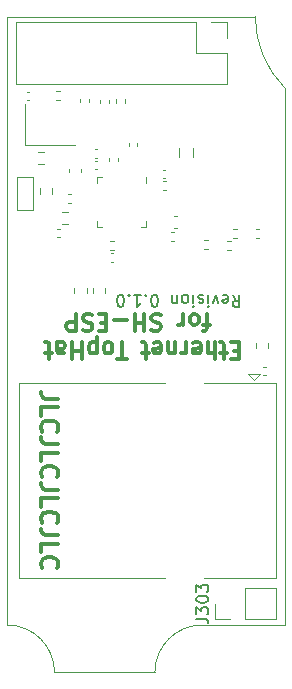
<source format=gbr>
%TF.GenerationSoftware,KiCad,Pcbnew,(5.1.8-0-10_14)*%
%TF.CreationDate,2020-11-27T10:39:21+01:00*%
%TF.ProjectId,SH-ESP32-Ethernet,53482d45-5350-4333-922d-45746865726e,0.1.0*%
%TF.SameCoordinates,Original*%
%TF.FileFunction,Legend,Top*%
%TF.FilePolarity,Positive*%
%FSLAX46Y46*%
G04 Gerber Fmt 4.6, Leading zero omitted, Abs format (unit mm)*
G04 Created by KiCad (PCBNEW (5.1.8-0-10_14)) date 2020-11-27 10:39:21*
%MOMM*%
%LPD*%
G01*
G04 APERTURE LIST*
%ADD10C,0.160000*%
%ADD11C,0.300000*%
%TA.AperFunction,Profile*%
%ADD12C,0.050000*%
%TD*%
%ADD13C,0.120000*%
%ADD14C,0.150000*%
G04 APERTURE END LIST*
D10*
X167571428Y-80547619D02*
X167904761Y-81023809D01*
X168142857Y-80547619D02*
X168142857Y-81547619D01*
X167761904Y-81547619D01*
X167666666Y-81500000D01*
X167619047Y-81452380D01*
X167571428Y-81357142D01*
X167571428Y-81214285D01*
X167619047Y-81119047D01*
X167666666Y-81071428D01*
X167761904Y-81023809D01*
X168142857Y-81023809D01*
X166761904Y-80595238D02*
X166857142Y-80547619D01*
X167047619Y-80547619D01*
X167142857Y-80595238D01*
X167190476Y-80690476D01*
X167190476Y-81071428D01*
X167142857Y-81166666D01*
X167047619Y-81214285D01*
X166857142Y-81214285D01*
X166761904Y-81166666D01*
X166714285Y-81071428D01*
X166714285Y-80976190D01*
X167190476Y-80880952D01*
X166380952Y-81214285D02*
X166142857Y-80547619D01*
X165904761Y-81214285D01*
X165523809Y-80547619D02*
X165523809Y-81214285D01*
X165523809Y-81547619D02*
X165571428Y-81500000D01*
X165523809Y-81452380D01*
X165476190Y-81500000D01*
X165523809Y-81547619D01*
X165523809Y-81452380D01*
X165095238Y-80595238D02*
X165000000Y-80547619D01*
X164809523Y-80547619D01*
X164714285Y-80595238D01*
X164666666Y-80690476D01*
X164666666Y-80738095D01*
X164714285Y-80833333D01*
X164809523Y-80880952D01*
X164952380Y-80880952D01*
X165047619Y-80928571D01*
X165095238Y-81023809D01*
X165095238Y-81071428D01*
X165047619Y-81166666D01*
X164952380Y-81214285D01*
X164809523Y-81214285D01*
X164714285Y-81166666D01*
X164238095Y-80547619D02*
X164238095Y-81214285D01*
X164238095Y-81547619D02*
X164285714Y-81500000D01*
X164238095Y-81452380D01*
X164190476Y-81500000D01*
X164238095Y-81547619D01*
X164238095Y-81452380D01*
X163619047Y-80547619D02*
X163714285Y-80595238D01*
X163761904Y-80642857D01*
X163809523Y-80738095D01*
X163809523Y-81023809D01*
X163761904Y-81119047D01*
X163714285Y-81166666D01*
X163619047Y-81214285D01*
X163476190Y-81214285D01*
X163380952Y-81166666D01*
X163333333Y-81119047D01*
X163285714Y-81023809D01*
X163285714Y-80738095D01*
X163333333Y-80642857D01*
X163380952Y-80595238D01*
X163476190Y-80547619D01*
X163619047Y-80547619D01*
X162857142Y-81214285D02*
X162857142Y-80547619D01*
X162857142Y-81119047D02*
X162809523Y-81166666D01*
X162714285Y-81214285D01*
X162571428Y-81214285D01*
X162476190Y-81166666D01*
X162428571Y-81071428D01*
X162428571Y-80547619D01*
X161000000Y-81547619D02*
X160904761Y-81547619D01*
X160809523Y-81500000D01*
X160761904Y-81452380D01*
X160714285Y-81357142D01*
X160666666Y-81166666D01*
X160666666Y-80928571D01*
X160714285Y-80738095D01*
X160761904Y-80642857D01*
X160809523Y-80595238D01*
X160904761Y-80547619D01*
X161000000Y-80547619D01*
X161095238Y-80595238D01*
X161142857Y-80642857D01*
X161190476Y-80738095D01*
X161238095Y-80928571D01*
X161238095Y-81166666D01*
X161190476Y-81357142D01*
X161142857Y-81452380D01*
X161095238Y-81500000D01*
X161000000Y-81547619D01*
X160238095Y-80642857D02*
X160190476Y-80595238D01*
X160238095Y-80547619D01*
X160285714Y-80595238D01*
X160238095Y-80642857D01*
X160238095Y-80547619D01*
X159238095Y-80547619D02*
X159809523Y-80547619D01*
X159523809Y-80547619D02*
X159523809Y-81547619D01*
X159619047Y-81404761D01*
X159714285Y-81309523D01*
X159809523Y-81261904D01*
X158809523Y-80642857D02*
X158761904Y-80595238D01*
X158809523Y-80547619D01*
X158857142Y-80595238D01*
X158809523Y-80642857D01*
X158809523Y-80547619D01*
X158142857Y-81547619D02*
X158047619Y-81547619D01*
X157952380Y-81500000D01*
X157904761Y-81452380D01*
X157857142Y-81357142D01*
X157809523Y-81166666D01*
X157809523Y-80928571D01*
X157857142Y-80738095D01*
X157904761Y-80642857D01*
X157952380Y-80595238D01*
X158047619Y-80547619D01*
X158142857Y-80547619D01*
X158238095Y-80595238D01*
X158285714Y-80642857D01*
X158333333Y-80738095D01*
X158380952Y-80928571D01*
X158380952Y-81166666D01*
X158333333Y-81357142D01*
X158285714Y-81452380D01*
X158238095Y-81500000D01*
X158142857Y-81547619D01*
D11*
X168133333Y-85300000D02*
X167666666Y-85300000D01*
X167466666Y-84566666D02*
X168133333Y-84566666D01*
X168133333Y-85966666D01*
X167466666Y-85966666D01*
X167066666Y-85500000D02*
X166533333Y-85500000D01*
X166866666Y-85966666D02*
X166866666Y-84766666D01*
X166800000Y-84633333D01*
X166666666Y-84566666D01*
X166533333Y-84566666D01*
X166066666Y-84566666D02*
X166066666Y-85966666D01*
X165466666Y-84566666D02*
X165466666Y-85300000D01*
X165533333Y-85433333D01*
X165666666Y-85500000D01*
X165866666Y-85500000D01*
X166000000Y-85433333D01*
X166066666Y-85366666D01*
X164266666Y-84633333D02*
X164400000Y-84566666D01*
X164666666Y-84566666D01*
X164800000Y-84633333D01*
X164866666Y-84766666D01*
X164866666Y-85300000D01*
X164800000Y-85433333D01*
X164666666Y-85500000D01*
X164400000Y-85500000D01*
X164266666Y-85433333D01*
X164200000Y-85300000D01*
X164200000Y-85166666D01*
X164866666Y-85033333D01*
X163600000Y-84566666D02*
X163600000Y-85500000D01*
X163600000Y-85233333D02*
X163533333Y-85366666D01*
X163466666Y-85433333D01*
X163333333Y-85500000D01*
X163200000Y-85500000D01*
X162733333Y-85500000D02*
X162733333Y-84566666D01*
X162733333Y-85366666D02*
X162666666Y-85433333D01*
X162533333Y-85500000D01*
X162333333Y-85500000D01*
X162200000Y-85433333D01*
X162133333Y-85300000D01*
X162133333Y-84566666D01*
X160933333Y-84633333D02*
X161066666Y-84566666D01*
X161333333Y-84566666D01*
X161466666Y-84633333D01*
X161533333Y-84766666D01*
X161533333Y-85300000D01*
X161466666Y-85433333D01*
X161333333Y-85500000D01*
X161066666Y-85500000D01*
X160933333Y-85433333D01*
X160866666Y-85300000D01*
X160866666Y-85166666D01*
X161533333Y-85033333D01*
X160466666Y-85500000D02*
X159933333Y-85500000D01*
X160266666Y-85966666D02*
X160266666Y-84766666D01*
X160200000Y-84633333D01*
X160066666Y-84566666D01*
X159933333Y-84566666D01*
X158600000Y-85966666D02*
X157800000Y-85966666D01*
X158200000Y-84566666D02*
X158200000Y-85966666D01*
X157133333Y-84566666D02*
X157266666Y-84633333D01*
X157333333Y-84700000D01*
X157400000Y-84833333D01*
X157400000Y-85233333D01*
X157333333Y-85366666D01*
X157266666Y-85433333D01*
X157133333Y-85500000D01*
X156933333Y-85500000D01*
X156800000Y-85433333D01*
X156733333Y-85366666D01*
X156666666Y-85233333D01*
X156666666Y-84833333D01*
X156733333Y-84700000D01*
X156800000Y-84633333D01*
X156933333Y-84566666D01*
X157133333Y-84566666D01*
X156066666Y-85500000D02*
X156066666Y-84100000D01*
X156066666Y-85433333D02*
X155933333Y-85500000D01*
X155666666Y-85500000D01*
X155533333Y-85433333D01*
X155466666Y-85366666D01*
X155400000Y-85233333D01*
X155400000Y-84833333D01*
X155466666Y-84700000D01*
X155533333Y-84633333D01*
X155666666Y-84566666D01*
X155933333Y-84566666D01*
X156066666Y-84633333D01*
X154800000Y-84566666D02*
X154800000Y-85966666D01*
X154800000Y-85300000D02*
X154000000Y-85300000D01*
X154000000Y-84566666D02*
X154000000Y-85966666D01*
X152733333Y-84566666D02*
X152733333Y-85300000D01*
X152800000Y-85433333D01*
X152933333Y-85500000D01*
X153200000Y-85500000D01*
X153333333Y-85433333D01*
X152733333Y-84633333D02*
X152866666Y-84566666D01*
X153200000Y-84566666D01*
X153333333Y-84633333D01*
X153400000Y-84766666D01*
X153400000Y-84900000D01*
X153333333Y-85033333D01*
X153200000Y-85100000D01*
X152866666Y-85100000D01*
X152733333Y-85166666D01*
X152266666Y-85500000D02*
X151733333Y-85500000D01*
X152066666Y-85966666D02*
X152066666Y-84766666D01*
X152000000Y-84633333D01*
X151866666Y-84566666D01*
X151733333Y-84566666D01*
X165633333Y-83100000D02*
X165100000Y-83100000D01*
X165433333Y-82166666D02*
X165433333Y-83366666D01*
X165366666Y-83500000D01*
X165233333Y-83566666D01*
X165100000Y-83566666D01*
X164433333Y-82166666D02*
X164566666Y-82233333D01*
X164633333Y-82300000D01*
X164700000Y-82433333D01*
X164700000Y-82833333D01*
X164633333Y-82966666D01*
X164566666Y-83033333D01*
X164433333Y-83100000D01*
X164233333Y-83100000D01*
X164100000Y-83033333D01*
X164033333Y-82966666D01*
X163966666Y-82833333D01*
X163966666Y-82433333D01*
X164033333Y-82300000D01*
X164100000Y-82233333D01*
X164233333Y-82166666D01*
X164433333Y-82166666D01*
X163366666Y-82166666D02*
X163366666Y-83100000D01*
X163366666Y-82833333D02*
X163300000Y-82966666D01*
X163233333Y-83033333D01*
X163100000Y-83100000D01*
X162966666Y-83100000D01*
X161500000Y-82233333D02*
X161300000Y-82166666D01*
X160966666Y-82166666D01*
X160833333Y-82233333D01*
X160766666Y-82300000D01*
X160700000Y-82433333D01*
X160700000Y-82566666D01*
X160766666Y-82700000D01*
X160833333Y-82766666D01*
X160966666Y-82833333D01*
X161233333Y-82900000D01*
X161366666Y-82966666D01*
X161433333Y-83033333D01*
X161500000Y-83166666D01*
X161500000Y-83300000D01*
X161433333Y-83433333D01*
X161366666Y-83500000D01*
X161233333Y-83566666D01*
X160900000Y-83566666D01*
X160700000Y-83500000D01*
X160100000Y-82166666D02*
X160100000Y-83566666D01*
X160100000Y-82900000D02*
X159300000Y-82900000D01*
X159300000Y-82166666D02*
X159300000Y-83566666D01*
X158633333Y-82700000D02*
X157566666Y-82700000D01*
X156900000Y-82900000D02*
X156433333Y-82900000D01*
X156233333Y-82166666D02*
X156900000Y-82166666D01*
X156900000Y-83566666D01*
X156233333Y-83566666D01*
X155700000Y-82233333D02*
X155500000Y-82166666D01*
X155166666Y-82166666D01*
X155033333Y-82233333D01*
X154966666Y-82300000D01*
X154900000Y-82433333D01*
X154900000Y-82566666D01*
X154966666Y-82700000D01*
X155033333Y-82766666D01*
X155166666Y-82833333D01*
X155433333Y-82900000D01*
X155566666Y-82966666D01*
X155633333Y-83033333D01*
X155700000Y-83166666D01*
X155700000Y-83300000D01*
X155633333Y-83433333D01*
X155566666Y-83500000D01*
X155433333Y-83566666D01*
X155100000Y-83566666D01*
X154900000Y-83500000D01*
X154300000Y-82166666D02*
X154300000Y-83566666D01*
X153766666Y-83566666D01*
X153633333Y-83500000D01*
X153566666Y-83433333D01*
X153500000Y-83300000D01*
X153500000Y-83100000D01*
X153566666Y-82966666D01*
X153633333Y-82900000D01*
X153766666Y-82833333D01*
X154300000Y-82833333D01*
D12*
X165000000Y-108500000D02*
X172000000Y-108500000D01*
X161000000Y-112500000D02*
G75*
G02*
X165000000Y-108500000I4000000J0D01*
G01*
X148500000Y-108500000D02*
G75*
G02*
X152500000Y-112500000I0J-4000000D01*
G01*
X169500000Y-57000000D02*
X148500000Y-57000000D01*
X152500000Y-112500000D02*
X161000000Y-112499765D01*
X148500000Y-57000000D02*
X148500000Y-108500000D01*
X171989592Y-63010408D02*
X172000000Y-108500000D01*
X153000000Y-112500000D02*
X153000000Y-112500000D01*
X171989592Y-63010408D02*
G75*
G02*
X169500000Y-57000000I6010408J6010408D01*
G01*
D11*
X152831428Y-89331428D02*
X151760000Y-89331428D01*
X151545714Y-89260000D01*
X151402857Y-89117142D01*
X151331428Y-88902857D01*
X151331428Y-88760000D01*
X151331428Y-90760000D02*
X151331428Y-90045714D01*
X152831428Y-90045714D01*
X151474285Y-92117142D02*
X151402857Y-92045714D01*
X151331428Y-91831428D01*
X151331428Y-91688571D01*
X151402857Y-91474285D01*
X151545714Y-91331428D01*
X151688571Y-91260000D01*
X151974285Y-91188571D01*
X152188571Y-91188571D01*
X152474285Y-91260000D01*
X152617142Y-91331428D01*
X152760000Y-91474285D01*
X152831428Y-91688571D01*
X152831428Y-91831428D01*
X152760000Y-92045714D01*
X152688571Y-92117142D01*
X152831428Y-93188571D02*
X151760000Y-93188571D01*
X151545714Y-93117142D01*
X151402857Y-92974285D01*
X151331428Y-92760000D01*
X151331428Y-92617142D01*
X151331428Y-94617142D02*
X151331428Y-93902857D01*
X152831428Y-93902857D01*
X151474285Y-95974285D02*
X151402857Y-95902857D01*
X151331428Y-95688571D01*
X151331428Y-95545714D01*
X151402857Y-95331428D01*
X151545714Y-95188571D01*
X151688571Y-95117142D01*
X151974285Y-95045714D01*
X152188571Y-95045714D01*
X152474285Y-95117142D01*
X152617142Y-95188571D01*
X152760000Y-95331428D01*
X152831428Y-95545714D01*
X152831428Y-95688571D01*
X152760000Y-95902857D01*
X152688571Y-95974285D01*
X152831428Y-97045714D02*
X151760000Y-97045714D01*
X151545714Y-96974285D01*
X151402857Y-96831428D01*
X151331428Y-96617142D01*
X151331428Y-96474285D01*
X151331428Y-98474285D02*
X151331428Y-97760000D01*
X152831428Y-97760000D01*
X151474285Y-99831428D02*
X151402857Y-99760000D01*
X151331428Y-99545714D01*
X151331428Y-99402857D01*
X151402857Y-99188571D01*
X151545714Y-99045714D01*
X151688571Y-98974285D01*
X151974285Y-98902857D01*
X152188571Y-98902857D01*
X152474285Y-98974285D01*
X152617142Y-99045714D01*
X152760000Y-99188571D01*
X152831428Y-99402857D01*
X152831428Y-99545714D01*
X152760000Y-99760000D01*
X152688571Y-99831428D01*
X152831428Y-100902857D02*
X151760000Y-100902857D01*
X151545714Y-100831428D01*
X151402857Y-100688571D01*
X151331428Y-100474285D01*
X151331428Y-100331428D01*
X151331428Y-102331428D02*
X151331428Y-101617142D01*
X152831428Y-101617142D01*
X151474285Y-103688571D02*
X151402857Y-103617142D01*
X151331428Y-103402857D01*
X151331428Y-103260000D01*
X151402857Y-103045714D01*
X151545714Y-102902857D01*
X151688571Y-102831428D01*
X151974285Y-102760000D01*
X152188571Y-102760000D01*
X152474285Y-102831428D01*
X152617142Y-102902857D01*
X152760000Y-103045714D01*
X152831428Y-103260000D01*
X152831428Y-103402857D01*
X152760000Y-103617142D01*
X152688571Y-103688571D01*
D13*
%TO.C,J301*%
X171295000Y-87985000D02*
X165165000Y-87985000D01*
X171295000Y-87985000D02*
X171295000Y-104485000D01*
X168875000Y-87285000D02*
X169375000Y-87785000D01*
X169375000Y-87785000D02*
X169875000Y-87285000D01*
X169875000Y-87285000D02*
X168875000Y-87285000D01*
X161865000Y-87985000D02*
X149465000Y-87985000D01*
X171295000Y-104485000D02*
X165165000Y-104485000D01*
X149465000Y-87985000D02*
X149465000Y-104485000D01*
X161865000Y-104485000D02*
X149465000Y-104485000D01*
%TO.C,J303*%
X166050000Y-108020000D02*
X166050000Y-106690000D01*
X167380000Y-108020000D02*
X166050000Y-108020000D01*
X168650000Y-108020000D02*
X168650000Y-105360000D01*
X168650000Y-105360000D02*
X171250000Y-105360000D01*
X168650000Y-108020000D02*
X171250000Y-108020000D01*
X171250000Y-108020000D02*
X171250000Y-105360000D01*
%TO.C,C305*%
X161897836Y-70680000D02*
X161682164Y-70680000D01*
X161897836Y-69960000D02*
X161682164Y-69960000D01*
%TO.C,X301*%
X150000000Y-64380000D02*
X150000000Y-67880000D01*
X150000000Y-67880000D02*
X154200000Y-67880000D01*
%TO.C,R306*%
X154650000Y-64253641D02*
X154650000Y-63946359D01*
X155410000Y-64253641D02*
X155410000Y-63946359D01*
%TO.C,R308*%
X152646359Y-63320000D02*
X152953641Y-63320000D01*
X152646359Y-64080000D02*
X152953641Y-64080000D01*
%TO.C,R307*%
X157090000Y-69243641D02*
X157090000Y-68936359D01*
X157850000Y-69243641D02*
X157850000Y-68936359D01*
%TO.C,R305*%
X156390000Y-64313641D02*
X156390000Y-64006359D01*
X157150000Y-64313641D02*
X157150000Y-64006359D01*
%TO.C,R304*%
X157740000Y-64293641D02*
X157740000Y-63986359D01*
X158500000Y-64293641D02*
X158500000Y-63986359D01*
%TO.C,C307*%
X162587836Y-75960000D02*
X162372164Y-75960000D01*
X162587836Y-75240000D02*
X162372164Y-75240000D01*
%TO.C,JP301*%
X150695000Y-70540000D02*
X150695000Y-73340000D01*
X150695000Y-73340000D02*
X149345000Y-73340000D01*
X149345000Y-73340000D02*
X149345000Y-70540000D01*
X149345000Y-70540000D02*
X150695000Y-70540000D01*
%TO.C,R317*%
X154187500Y-80417258D02*
X154187500Y-79942742D01*
X155232500Y-80417258D02*
X155232500Y-79942742D01*
%TO.C,R316*%
X155747500Y-80417258D02*
X155747500Y-79942742D01*
X156792500Y-80417258D02*
X156792500Y-79942742D01*
%TO.C,R315*%
X169527500Y-85077258D02*
X169527500Y-84602742D01*
X170572500Y-85077258D02*
X170572500Y-84602742D01*
%TO.C,R314*%
X167606359Y-74960000D02*
X167913641Y-74960000D01*
X167606359Y-75720000D02*
X167913641Y-75720000D01*
%TO.C,R313*%
X161656359Y-70930000D02*
X161963641Y-70930000D01*
X161656359Y-71690000D02*
X161963641Y-71690000D01*
%TO.C,R312*%
X169833641Y-75720000D02*
X169526359Y-75720000D01*
X169833641Y-74960000D02*
X169526359Y-74960000D01*
%TO.C,R311*%
X165186359Y-75940000D02*
X165493641Y-75940000D01*
X165186359Y-76700000D02*
X165493641Y-76700000D01*
%TO.C,R310*%
X167453641Y-76710000D02*
X167146359Y-76710000D01*
X167453641Y-75950000D02*
X167146359Y-75950000D01*
%TO.C,R309*%
X157503641Y-76770000D02*
X157196359Y-76770000D01*
X157503641Y-76010000D02*
X157196359Y-76010000D01*
%TO.C,R303*%
X151122742Y-68417500D02*
X151597258Y-68417500D01*
X151122742Y-69462500D02*
X151597258Y-69462500D01*
%TO.C,R302*%
X152322500Y-71532742D02*
X152322500Y-72007258D01*
X151277500Y-71532742D02*
X151277500Y-72007258D01*
%TO.C,R301*%
X153162742Y-73507500D02*
X153637258Y-73507500D01*
X153162742Y-74552500D02*
X153637258Y-74552500D01*
%TO.C,J302*%
X149210000Y-57470000D02*
X149210000Y-62670000D01*
X164510000Y-57470000D02*
X149210000Y-57470000D01*
X167110000Y-62670000D02*
X149210000Y-62670000D01*
X164510000Y-57470000D02*
X164510000Y-60070000D01*
X164510000Y-60070000D02*
X167110000Y-60070000D01*
X167110000Y-60070000D02*
X167110000Y-62670000D01*
X165780000Y-57470000D02*
X167110000Y-57470000D01*
X167110000Y-57470000D02*
X167110000Y-58800000D01*
%TO.C,FB301*%
X163080000Y-68889622D02*
X163080000Y-68090378D01*
X164200000Y-68889622D02*
X164200000Y-68090378D01*
%TO.C,C308*%
X170377836Y-87360000D02*
X170162164Y-87360000D01*
X170377836Y-86640000D02*
X170162164Y-86640000D01*
%TO.C,C306*%
X157477836Y-77740000D02*
X157262164Y-77740000D01*
X157477836Y-77020000D02*
X157262164Y-77020000D01*
%TO.C,C304*%
X162910580Y-74890000D02*
X162629420Y-74890000D01*
X162910580Y-73870000D02*
X162629420Y-73870000D01*
%TO.C,C303*%
X154780000Y-69899420D02*
X154780000Y-70180580D01*
X153760000Y-69899420D02*
X153760000Y-70180580D01*
%TO.C,C302*%
X156127836Y-69930000D02*
X155912164Y-69930000D01*
X156127836Y-69210000D02*
X155912164Y-69210000D01*
%TO.C,C301*%
X156127836Y-68950000D02*
X155912164Y-68950000D01*
X156127836Y-68230000D02*
X155912164Y-68230000D01*
%TO.C,U301*%
X160285000Y-74310000D02*
X160285000Y-74785000D01*
X160285000Y-74785000D02*
X159810000Y-74785000D01*
X156065000Y-71040000D02*
X156065000Y-70565000D01*
X156065000Y-70565000D02*
X156540000Y-70565000D01*
X156065000Y-74310000D02*
X156065000Y-74785000D01*
X156065000Y-74785000D02*
X156540000Y-74785000D01*
X160285000Y-71040000D02*
X160285000Y-70565000D01*
%TO.C,C1004*%
X150152164Y-63340000D02*
X150367836Y-63340000D01*
X150152164Y-64060000D02*
X150367836Y-64060000D01*
%TO.C,C1003*%
X152937836Y-75650000D02*
X152722164Y-75650000D01*
X152937836Y-74930000D02*
X152722164Y-74930000D01*
%TO.C,C1002*%
X159510000Y-67692164D02*
X159510000Y-67907836D01*
X158790000Y-67692164D02*
X158790000Y-67907836D01*
%TO.C,C1001*%
X153672164Y-72010000D02*
X153887836Y-72010000D01*
X153672164Y-72730000D02*
X153887836Y-72730000D01*
%TD*%
%TO.C,J303*%
D14*
X164502380Y-107975714D02*
X165216666Y-107975714D01*
X165359523Y-108023333D01*
X165454761Y-108118571D01*
X165502380Y-108261428D01*
X165502380Y-108356666D01*
X164502380Y-107594761D02*
X164502380Y-106975714D01*
X164883333Y-107309047D01*
X164883333Y-107166190D01*
X164930952Y-107070952D01*
X164978571Y-107023333D01*
X165073809Y-106975714D01*
X165311904Y-106975714D01*
X165407142Y-107023333D01*
X165454761Y-107070952D01*
X165502380Y-107166190D01*
X165502380Y-107451904D01*
X165454761Y-107547142D01*
X165407142Y-107594761D01*
X164502380Y-106356666D02*
X164502380Y-106261428D01*
X164550000Y-106166190D01*
X164597619Y-106118571D01*
X164692857Y-106070952D01*
X164883333Y-106023333D01*
X165121428Y-106023333D01*
X165311904Y-106070952D01*
X165407142Y-106118571D01*
X165454761Y-106166190D01*
X165502380Y-106261428D01*
X165502380Y-106356666D01*
X165454761Y-106451904D01*
X165407142Y-106499523D01*
X165311904Y-106547142D01*
X165121428Y-106594761D01*
X164883333Y-106594761D01*
X164692857Y-106547142D01*
X164597619Y-106499523D01*
X164550000Y-106451904D01*
X164502380Y-106356666D01*
X164502380Y-105690000D02*
X164502380Y-105070952D01*
X164883333Y-105404285D01*
X164883333Y-105261428D01*
X164930952Y-105166190D01*
X164978571Y-105118571D01*
X165073809Y-105070952D01*
X165311904Y-105070952D01*
X165407142Y-105118571D01*
X165454761Y-105166190D01*
X165502380Y-105261428D01*
X165502380Y-105547142D01*
X165454761Y-105642380D01*
X165407142Y-105690000D01*
%TD*%
M02*

</source>
